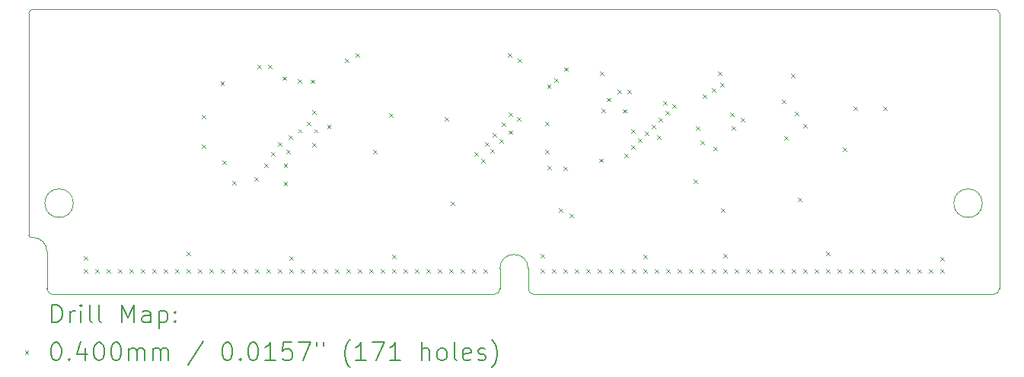
<source format=gbr>
%TF.GenerationSoftware,KiCad,Pcbnew,9.0.0*%
%TF.CreationDate,2025-04-30T20:38:19+02:00*%
%TF.ProjectId,simm72_rom_smd,73696d6d-3732-45f7-926f-6d5f736d642e,A1*%
%TF.SameCoordinates,Original*%
%TF.FileFunction,Drillmap*%
%TF.FilePolarity,Positive*%
%FSLAX45Y45*%
G04 Gerber Fmt 4.5, Leading zero omitted, Abs format (unit mm)*
G04 Created by KiCad (PCBNEW 9.0.0) date 2025-04-30 20:38:19*
%MOMM*%
%LPD*%
G01*
G04 APERTURE LIST*
%ADD10C,0.050000*%
%ADD11C,0.200000*%
%ADD12C,0.100000*%
G04 APERTURE END LIST*
D10*
X5102500Y-8417760D02*
G75*
G02*
X5153300Y-8366960I50800J0D01*
G01*
X15846700Y-8366960D02*
G75*
G02*
X15897500Y-8417760I0J-50800D01*
G01*
X15897500Y-8417760D02*
X15897580Y-10274500D01*
X5102500Y-8417760D02*
X5102580Y-10274500D01*
X15846700Y-8366960D02*
X5153300Y-8366960D01*
X5102580Y-10274500D02*
X5102580Y-10884100D01*
X5127980Y-10909500D02*
X5148580Y-10909979D01*
X5305580Y-11481000D02*
X5305580Y-11066500D01*
X10279100Y-11544500D02*
X5369080Y-11544500D01*
X10342600Y-11481000D02*
X10342600Y-11257480D01*
X10657560Y-11481000D02*
X10657560Y-11257480D01*
X10721060Y-11544500D02*
X15770580Y-11544500D01*
X15834080Y-11544500D02*
X15770580Y-11544500D01*
X15897580Y-10274500D02*
X15897580Y-11417500D01*
X15897580Y-11481000D02*
X15897580Y-11417500D01*
X5127980Y-10909500D02*
G75*
G02*
X5102580Y-10884100I0J25400D01*
G01*
X5148580Y-10909979D02*
G75*
G02*
X5305580Y-11066500I0J-157001D01*
G01*
X5369080Y-11544500D02*
G75*
G02*
X5305580Y-11481000I0J63500D01*
G01*
X10342600Y-11257480D02*
G75*
G02*
X10657560Y-11257480I157480J0D01*
G01*
X10342600Y-11481000D02*
G75*
G02*
X10279100Y-11544500I-63500J0D01*
G01*
X10721060Y-11544500D02*
G75*
G02*
X10657560Y-11481000I0J63500D01*
G01*
X15897580Y-11481000D02*
G75*
G02*
X15834080Y-11544500I-63500J0D01*
G01*
X5599532Y-10528500D02*
G75*
G02*
X5281628Y-10528500I-158952J0D01*
G01*
X5281628Y-10528500D02*
G75*
G02*
X5599532Y-10528500I158952J0D01*
G01*
X15708600Y-10528500D02*
G75*
G02*
X15390600Y-10528500I-159000J0D01*
G01*
X15390600Y-10528500D02*
G75*
G02*
X15708600Y-10528500I159000J0D01*
G01*
D11*
D12*
X5717500Y-11118100D02*
X5757500Y-11158100D01*
X5757500Y-11118100D02*
X5717500Y-11158100D01*
X5717500Y-11265420D02*
X5757500Y-11305420D01*
X5757500Y-11265420D02*
X5717500Y-11305420D01*
X5844500Y-11265420D02*
X5884500Y-11305420D01*
X5884500Y-11265420D02*
X5844500Y-11305420D01*
X5971500Y-11265420D02*
X6011500Y-11305420D01*
X6011500Y-11265420D02*
X5971500Y-11305420D01*
X6098500Y-11265420D02*
X6138500Y-11305420D01*
X6138500Y-11265420D02*
X6098500Y-11305420D01*
X6225500Y-11265420D02*
X6265500Y-11305420D01*
X6265500Y-11265420D02*
X6225500Y-11305420D01*
X6352500Y-11265420D02*
X6392500Y-11305420D01*
X6392500Y-11265420D02*
X6352500Y-11305420D01*
X6479500Y-11265420D02*
X6519500Y-11305420D01*
X6519500Y-11265420D02*
X6479500Y-11305420D01*
X6606500Y-11265420D02*
X6646500Y-11305420D01*
X6646500Y-11265420D02*
X6606500Y-11305420D01*
X6733500Y-11265420D02*
X6773500Y-11305420D01*
X6773500Y-11265420D02*
X6733500Y-11305420D01*
X6860500Y-11067300D02*
X6900500Y-11107300D01*
X6900500Y-11067300D02*
X6860500Y-11107300D01*
X6860500Y-11265420D02*
X6900500Y-11305420D01*
X6900500Y-11265420D02*
X6860500Y-11305420D01*
X6987500Y-11265420D02*
X7027500Y-11305420D01*
X7027500Y-11265420D02*
X6987500Y-11305420D01*
X7025600Y-9543300D02*
X7065600Y-9583300D01*
X7065600Y-9543300D02*
X7025600Y-9583300D01*
X7025600Y-9873500D02*
X7065600Y-9913500D01*
X7065600Y-9873500D02*
X7025600Y-9913500D01*
X7114500Y-11265420D02*
X7154500Y-11305420D01*
X7154500Y-11265420D02*
X7114500Y-11305420D01*
X7236803Y-9170303D02*
X7276803Y-9210303D01*
X7276803Y-9170303D02*
X7236803Y-9210303D01*
X7241500Y-11265420D02*
X7281500Y-11305420D01*
X7281500Y-11265420D02*
X7241500Y-11305420D01*
X7254200Y-10051300D02*
X7294200Y-10091300D01*
X7294200Y-10051300D02*
X7254200Y-10091300D01*
X7368500Y-10279900D02*
X7408500Y-10319900D01*
X7408500Y-10279900D02*
X7368500Y-10319900D01*
X7368500Y-11265420D02*
X7408500Y-11305420D01*
X7408500Y-11265420D02*
X7368500Y-11305420D01*
X7495500Y-11265420D02*
X7535500Y-11305420D01*
X7535500Y-11265420D02*
X7495500Y-11305420D01*
X7609800Y-10241800D02*
X7649800Y-10281800D01*
X7649800Y-10241800D02*
X7609800Y-10281800D01*
X7622500Y-11265420D02*
X7662500Y-11305420D01*
X7662500Y-11265420D02*
X7622500Y-11305420D01*
X7647900Y-8984500D02*
X7687900Y-9024500D01*
X7687900Y-8984500D02*
X7647900Y-9024500D01*
X7724100Y-10089400D02*
X7764100Y-10129400D01*
X7764100Y-10089400D02*
X7724100Y-10129400D01*
X7749500Y-11265420D02*
X7789500Y-11305420D01*
X7789500Y-11265420D02*
X7749500Y-11305420D01*
X7762200Y-8984500D02*
X7802200Y-9024500D01*
X7802200Y-8984500D02*
X7762200Y-9024500D01*
X7800300Y-9962400D02*
X7840300Y-10002400D01*
X7840300Y-9962400D02*
X7800300Y-10002400D01*
X7876500Y-9848100D02*
X7916500Y-9888100D01*
X7916500Y-9848100D02*
X7876500Y-9888100D01*
X7876500Y-11265420D02*
X7916500Y-11305420D01*
X7916500Y-11265420D02*
X7876500Y-11305420D01*
X7927300Y-9118101D02*
X7967300Y-9158101D01*
X7967300Y-9118101D02*
X7927300Y-9158101D01*
X7939310Y-10089400D02*
X7979310Y-10129400D01*
X7979310Y-10089400D02*
X7939310Y-10129400D01*
X7939310Y-10292600D02*
X7979310Y-10332600D01*
X7979310Y-10292600D02*
X7939310Y-10332600D01*
X7966090Y-9937000D02*
X8006090Y-9977000D01*
X8006090Y-9937000D02*
X7966090Y-9977000D01*
X7990837Y-9771863D02*
X8030837Y-9811863D01*
X8030837Y-9771863D02*
X7990837Y-9811863D01*
X8003500Y-11118100D02*
X8043500Y-11158100D01*
X8043500Y-11118100D02*
X8003500Y-11158100D01*
X8003500Y-11265420D02*
X8043500Y-11305420D01*
X8043500Y-11265420D02*
X8003500Y-11305420D01*
X8092400Y-9149550D02*
X8132400Y-9189550D01*
X8132400Y-9149550D02*
X8092400Y-9189550D01*
X8098787Y-9702013D02*
X8138787Y-9742013D01*
X8138787Y-9702013D02*
X8098787Y-9742013D01*
X8130500Y-11265420D02*
X8170500Y-11305420D01*
X8170500Y-11265420D02*
X8130500Y-11305420D01*
X8194000Y-9619500D02*
X8234000Y-9659500D01*
X8234000Y-9619500D02*
X8194000Y-9659500D01*
X8242309Y-9152041D02*
X8282309Y-9192041D01*
X8282309Y-9152041D02*
X8242309Y-9192041D01*
X8257463Y-9492537D02*
X8297463Y-9532537D01*
X8297463Y-9492537D02*
X8257463Y-9532537D01*
X8257500Y-9860800D02*
X8297500Y-9900800D01*
X8297500Y-9860800D02*
X8257500Y-9900800D01*
X8257500Y-11265420D02*
X8297500Y-11305420D01*
X8297500Y-11265420D02*
X8257500Y-11305420D01*
X8276513Y-9702087D02*
X8316513Y-9742087D01*
X8316513Y-9702087D02*
X8276513Y-9742087D01*
X8384500Y-11265420D02*
X8424500Y-11305420D01*
X8424500Y-11265420D02*
X8384500Y-11305420D01*
X8422563Y-9657637D02*
X8462563Y-9697637D01*
X8462563Y-9657637D02*
X8422563Y-9697637D01*
X8511500Y-11265420D02*
X8551500Y-11305420D01*
X8551500Y-11265420D02*
X8511500Y-11305420D01*
X8617882Y-8916218D02*
X8657882Y-8956218D01*
X8657882Y-8916218D02*
X8617882Y-8956218D01*
X8638500Y-11265420D02*
X8678500Y-11305420D01*
X8678500Y-11265420D02*
X8638500Y-11305420D01*
X8740100Y-8857500D02*
X8780100Y-8897500D01*
X8780100Y-8857500D02*
X8740100Y-8897500D01*
X8765500Y-11265420D02*
X8805500Y-11305420D01*
X8805500Y-11265420D02*
X8765500Y-11305420D01*
X8892500Y-11265420D02*
X8932500Y-11305420D01*
X8932500Y-11265420D02*
X8892500Y-11305420D01*
X8930600Y-9937000D02*
X8970600Y-9977000D01*
X8970600Y-9937000D02*
X8930600Y-9977000D01*
X9019500Y-11265420D02*
X9059500Y-11305420D01*
X9059500Y-11265420D02*
X9019500Y-11305420D01*
X9108400Y-9530600D02*
X9148400Y-9570600D01*
X9148400Y-9530600D02*
X9108400Y-9570600D01*
X9146500Y-11105400D02*
X9186500Y-11145400D01*
X9186500Y-11105400D02*
X9146500Y-11145400D01*
X9146500Y-11265420D02*
X9186500Y-11305420D01*
X9186500Y-11265420D02*
X9146500Y-11305420D01*
X9273500Y-11265420D02*
X9313500Y-11305420D01*
X9313500Y-11265420D02*
X9273500Y-11305420D01*
X9400500Y-11265420D02*
X9440500Y-11305420D01*
X9440500Y-11265420D02*
X9400500Y-11305420D01*
X9527500Y-11265420D02*
X9567500Y-11305420D01*
X9567500Y-11265420D02*
X9527500Y-11305420D01*
X9654500Y-11265420D02*
X9694500Y-11305420D01*
X9694500Y-11265420D02*
X9654500Y-11305420D01*
X9730700Y-9568700D02*
X9770700Y-9608700D01*
X9770700Y-9568700D02*
X9730700Y-9608700D01*
X9781500Y-11265420D02*
X9821500Y-11305420D01*
X9821500Y-11265420D02*
X9781500Y-11305420D01*
X9794200Y-10508500D02*
X9834200Y-10548500D01*
X9834200Y-10508500D02*
X9794200Y-10548500D01*
X9908500Y-11265420D02*
X9948500Y-11305420D01*
X9948500Y-11265420D02*
X9908500Y-11305420D01*
X10035500Y-11265420D02*
X10075500Y-11305420D01*
X10075500Y-11265420D02*
X10035500Y-11305420D01*
X10060900Y-9962400D02*
X10100900Y-10002400D01*
X10100900Y-9962400D02*
X10060900Y-10002400D01*
X10137790Y-10038600D02*
X10177790Y-10078600D01*
X10177790Y-10038600D02*
X10137790Y-10078600D01*
X10162500Y-11265420D02*
X10202500Y-11305420D01*
X10202500Y-11265420D02*
X10162500Y-11305420D01*
X10175200Y-9848100D02*
X10215200Y-9888100D01*
X10215200Y-9848100D02*
X10175200Y-9888100D01*
X10239390Y-9924300D02*
X10279390Y-9964300D01*
X10279390Y-9924300D02*
X10239390Y-9964300D01*
X10264100Y-9746500D02*
X10304100Y-9786500D01*
X10304100Y-9746500D02*
X10264100Y-9786500D01*
X10340300Y-9818190D02*
X10380300Y-9858190D01*
X10380300Y-9818190D02*
X10340300Y-9858190D01*
X10365700Y-9632200D02*
X10405700Y-9672200D01*
X10405700Y-9632200D02*
X10365700Y-9672200D01*
X10429200Y-8857500D02*
X10469200Y-8897500D01*
X10469200Y-8857500D02*
X10429200Y-8897500D01*
X10441900Y-9517900D02*
X10481900Y-9557900D01*
X10481900Y-9517900D02*
X10441900Y-9557900D01*
X10442590Y-9718190D02*
X10482590Y-9758190D01*
X10482590Y-9718190D02*
X10442590Y-9758190D01*
X10530800Y-9568700D02*
X10570800Y-9608700D01*
X10570800Y-9568700D02*
X10530800Y-9608700D01*
X10543500Y-8918190D02*
X10583500Y-8958190D01*
X10583500Y-8918190D02*
X10543500Y-8958190D01*
X10797500Y-11092700D02*
X10837500Y-11132700D01*
X10837500Y-11092700D02*
X10797500Y-11132700D01*
X10797500Y-11265420D02*
X10837500Y-11305420D01*
X10837500Y-11265420D02*
X10797500Y-11305420D01*
X10848300Y-9619500D02*
X10888300Y-9659500D01*
X10888300Y-9619500D02*
X10848300Y-9659500D01*
X10848300Y-9937000D02*
X10888300Y-9977000D01*
X10888300Y-9937000D02*
X10848300Y-9977000D01*
X10867313Y-9206713D02*
X10907313Y-9246713D01*
X10907313Y-9206713D02*
X10867313Y-9246713D01*
X10873700Y-10114800D02*
X10913700Y-10154800D01*
X10913700Y-10114800D02*
X10873700Y-10154800D01*
X10924500Y-11265420D02*
X10964500Y-11305420D01*
X10964500Y-11265420D02*
X10924500Y-11305420D01*
X10949900Y-9136900D02*
X10989900Y-9176900D01*
X10989900Y-9136900D02*
X10949900Y-9176900D01*
X11000700Y-10584700D02*
X11040700Y-10624700D01*
X11040700Y-10584700D02*
X11000700Y-10624700D01*
X11051500Y-10123110D02*
X11091500Y-10163110D01*
X11091500Y-10123110D02*
X11051500Y-10163110D01*
X11051500Y-11265420D02*
X11091500Y-11305420D01*
X11091500Y-11265420D02*
X11051500Y-11305420D01*
X11057813Y-9016213D02*
X11097813Y-9056213D01*
X11097813Y-9016213D02*
X11057813Y-9056213D01*
X11115000Y-10647510D02*
X11155000Y-10687510D01*
X11155000Y-10647510D02*
X11115000Y-10687510D01*
X11178500Y-11265420D02*
X11218500Y-11305420D01*
X11218500Y-11265420D02*
X11178500Y-11305420D01*
X11305500Y-11265420D02*
X11345500Y-11305420D01*
X11345500Y-11265420D02*
X11305500Y-11305420D01*
X11432500Y-11265420D02*
X11472500Y-11305420D01*
X11472500Y-11265420D02*
X11432500Y-11305420D01*
X11445200Y-10030980D02*
X11485200Y-10070980D01*
X11485200Y-10030980D02*
X11445200Y-10070980D01*
X11457900Y-9060010D02*
X11497900Y-9100010D01*
X11497900Y-9060010D02*
X11457900Y-9100010D01*
X11470600Y-9479110D02*
X11510600Y-9519110D01*
X11510600Y-9479110D02*
X11470600Y-9519110D01*
X11534100Y-9353490D02*
X11574100Y-9393490D01*
X11574100Y-9353490D02*
X11534100Y-9393490D01*
X11559500Y-11265420D02*
X11599500Y-11305420D01*
X11599500Y-11265420D02*
X11559500Y-11305420D01*
X11648400Y-9263900D02*
X11688400Y-9303900D01*
X11688400Y-9263900D02*
X11648400Y-9303900D01*
X11686500Y-11265420D02*
X11726500Y-11305420D01*
X11726500Y-11265420D02*
X11686500Y-11305420D01*
X11711900Y-9480490D02*
X11751900Y-9520490D01*
X11751900Y-9480490D02*
X11711900Y-9520490D01*
X11724600Y-9975100D02*
X11764600Y-10015100D01*
X11764600Y-9975100D02*
X11724600Y-10015100D01*
X11762700Y-9263900D02*
X11802700Y-9303900D01*
X11802700Y-9263900D02*
X11762700Y-9303900D01*
X11800800Y-9708400D02*
X11840800Y-9748400D01*
X11840800Y-9708400D02*
X11800800Y-9748400D01*
X11800800Y-9886200D02*
X11840800Y-9926200D01*
X11840800Y-9886200D02*
X11800800Y-9926200D01*
X11813500Y-11265420D02*
X11853500Y-11305420D01*
X11853500Y-11265420D02*
X11813500Y-11305420D01*
X11877000Y-9810000D02*
X11917000Y-9850000D01*
X11917000Y-9810000D02*
X11877000Y-9850000D01*
X11940500Y-11105400D02*
X11980500Y-11145400D01*
X11980500Y-11105400D02*
X11940500Y-11145400D01*
X11940500Y-11265420D02*
X11980500Y-11305420D01*
X11980500Y-11265420D02*
X11940500Y-11305420D01*
X11953200Y-9733800D02*
X11993200Y-9773800D01*
X11993200Y-9733800D02*
X11953200Y-9773800D01*
X12029400Y-9657600D02*
X12069400Y-9697600D01*
X12069400Y-9657600D02*
X12029400Y-9697600D01*
X12067500Y-11265420D02*
X12107500Y-11305420D01*
X12107500Y-11265420D02*
X12067500Y-11305420D01*
X12093590Y-9771900D02*
X12133590Y-9811900D01*
X12133590Y-9771900D02*
X12093590Y-9811900D01*
X12105600Y-9581400D02*
X12145600Y-9621400D01*
X12145600Y-9581400D02*
X12105600Y-9621400D01*
X12156400Y-9390900D02*
X12196400Y-9430900D01*
X12196400Y-9390900D02*
X12156400Y-9430900D01*
X12181800Y-9505200D02*
X12221800Y-9545200D01*
X12221800Y-9505200D02*
X12181800Y-9545200D01*
X12194500Y-11265420D02*
X12234500Y-11305420D01*
X12234500Y-11265420D02*
X12194500Y-11305420D01*
X12258000Y-9429000D02*
X12298000Y-9469000D01*
X12298000Y-9429000D02*
X12258000Y-9469000D01*
X12321500Y-11265420D02*
X12361500Y-11305420D01*
X12361500Y-11265420D02*
X12321500Y-11305420D01*
X12448500Y-11265420D02*
X12488500Y-11305420D01*
X12488500Y-11265420D02*
X12448500Y-11305420D01*
X12499300Y-10267200D02*
X12539300Y-10307200D01*
X12539300Y-10267200D02*
X12499300Y-10307200D01*
X12524700Y-9670300D02*
X12564700Y-9710300D01*
X12564700Y-9670300D02*
X12524700Y-9710300D01*
X12575500Y-9835400D02*
X12615500Y-9875400D01*
X12615500Y-9835400D02*
X12575500Y-9875400D01*
X12575500Y-11265420D02*
X12615500Y-11305420D01*
X12615500Y-11265420D02*
X12575500Y-11305420D01*
X12600900Y-9314010D02*
X12640900Y-9354010D01*
X12640900Y-9314010D02*
X12600900Y-9354010D01*
X12702500Y-9251200D02*
X12742500Y-9291200D01*
X12742500Y-9251200D02*
X12702500Y-9291200D01*
X12702500Y-11265420D02*
X12742500Y-11305420D01*
X12742500Y-11265420D02*
X12702500Y-11305420D01*
X12715200Y-9898900D02*
X12755200Y-9938900D01*
X12755200Y-9898900D02*
X12715200Y-9938900D01*
X12766000Y-9061390D02*
X12806000Y-9101390D01*
X12806000Y-9061390D02*
X12766000Y-9101390D01*
X12791400Y-9187010D02*
X12831400Y-9227010D01*
X12831400Y-9187010D02*
X12791400Y-9227010D01*
X12804100Y-10584700D02*
X12844100Y-10624700D01*
X12844100Y-10584700D02*
X12804100Y-10624700D01*
X12829500Y-11092700D02*
X12869500Y-11132700D01*
X12869500Y-11092700D02*
X12829500Y-11132700D01*
X12829500Y-11265420D02*
X12869500Y-11305420D01*
X12869500Y-11265420D02*
X12829500Y-11305420D01*
X12905700Y-9517900D02*
X12945700Y-9557900D01*
X12945700Y-9517900D02*
X12905700Y-9557900D01*
X12918400Y-9670300D02*
X12958400Y-9710300D01*
X12958400Y-9670300D02*
X12918400Y-9710300D01*
X12956500Y-11265420D02*
X12996500Y-11305420D01*
X12996500Y-11265420D02*
X12956500Y-11305420D01*
X13020000Y-9581400D02*
X13060000Y-9621400D01*
X13060000Y-9581400D02*
X13020000Y-9621400D01*
X13083500Y-11265420D02*
X13123500Y-11305420D01*
X13123500Y-11265420D02*
X13083500Y-11305420D01*
X13210500Y-11265420D02*
X13250500Y-11305420D01*
X13250500Y-11265420D02*
X13210500Y-11305420D01*
X13337500Y-11265420D02*
X13377500Y-11305420D01*
X13377500Y-11265420D02*
X13337500Y-11305420D01*
X13464500Y-11265420D02*
X13504500Y-11305420D01*
X13504500Y-11265420D02*
X13464500Y-11305420D01*
X13477200Y-9378200D02*
X13517200Y-9418200D01*
X13517200Y-9378200D02*
X13477200Y-9418200D01*
X13502600Y-9784600D02*
X13542600Y-9824600D01*
X13542600Y-9784600D02*
X13502600Y-9824600D01*
X13578800Y-9086100D02*
X13618800Y-9126100D01*
X13618800Y-9086100D02*
X13578800Y-9126100D01*
X13591500Y-11265420D02*
X13631500Y-11305420D01*
X13631500Y-11265420D02*
X13591500Y-11305420D01*
X13623250Y-9511550D02*
X13663250Y-9551550D01*
X13663250Y-9511550D02*
X13623250Y-9551550D01*
X13655000Y-10470400D02*
X13695000Y-10510400D01*
X13695000Y-10470400D02*
X13655000Y-10510400D01*
X13718500Y-9644900D02*
X13758500Y-9684900D01*
X13758500Y-9644900D02*
X13718500Y-9684900D01*
X13718500Y-11265420D02*
X13758500Y-11305420D01*
X13758500Y-11265420D02*
X13718500Y-11305420D01*
X13845500Y-11265420D02*
X13885500Y-11305420D01*
X13885500Y-11265420D02*
X13845500Y-11305420D01*
X13972500Y-11067300D02*
X14012500Y-11107300D01*
X14012500Y-11067300D02*
X13972500Y-11107300D01*
X13972500Y-11265420D02*
X14012500Y-11305420D01*
X14012500Y-11265420D02*
X13972500Y-11305420D01*
X14099500Y-11265420D02*
X14139500Y-11305420D01*
X14139500Y-11265420D02*
X14099500Y-11305420D01*
X14157900Y-9911600D02*
X14197900Y-9951600D01*
X14197900Y-9911600D02*
X14157900Y-9951600D01*
X14226500Y-11265420D02*
X14266500Y-11305420D01*
X14266500Y-11265420D02*
X14226500Y-11305420D01*
X14277300Y-9454400D02*
X14317300Y-9494400D01*
X14317300Y-9454400D02*
X14277300Y-9494400D01*
X14353500Y-11265420D02*
X14393500Y-11305420D01*
X14393500Y-11265420D02*
X14353500Y-11305420D01*
X14480500Y-11265420D02*
X14520500Y-11305420D01*
X14520500Y-11265420D02*
X14480500Y-11305420D01*
X14607500Y-9454400D02*
X14647500Y-9494400D01*
X14647500Y-9454400D02*
X14607500Y-9494400D01*
X14607500Y-11265420D02*
X14647500Y-11305420D01*
X14647500Y-11265420D02*
X14607500Y-11305420D01*
X14734500Y-11265420D02*
X14774500Y-11305420D01*
X14774500Y-11265420D02*
X14734500Y-11305420D01*
X14861500Y-11265420D02*
X14901500Y-11305420D01*
X14901500Y-11265420D02*
X14861500Y-11305420D01*
X14988500Y-11265420D02*
X15028500Y-11305420D01*
X15028500Y-11265420D02*
X14988500Y-11305420D01*
X15115500Y-11265420D02*
X15155500Y-11305420D01*
X15155500Y-11265420D02*
X15115500Y-11305420D01*
X15242500Y-11130800D02*
X15282500Y-11170800D01*
X15282500Y-11130800D02*
X15242500Y-11170800D01*
X15242500Y-11265420D02*
X15282500Y-11305420D01*
X15282500Y-11265420D02*
X15242500Y-11305420D01*
D11*
X5360777Y-11858484D02*
X5360777Y-11658484D01*
X5360777Y-11658484D02*
X5408396Y-11658484D01*
X5408396Y-11658484D02*
X5436967Y-11668008D01*
X5436967Y-11668008D02*
X5456015Y-11687055D01*
X5456015Y-11687055D02*
X5465539Y-11706103D01*
X5465539Y-11706103D02*
X5475063Y-11744198D01*
X5475063Y-11744198D02*
X5475063Y-11772769D01*
X5475063Y-11772769D02*
X5465539Y-11810865D01*
X5465539Y-11810865D02*
X5456015Y-11829912D01*
X5456015Y-11829912D02*
X5436967Y-11848960D01*
X5436967Y-11848960D02*
X5408396Y-11858484D01*
X5408396Y-11858484D02*
X5360777Y-11858484D01*
X5560777Y-11858484D02*
X5560777Y-11725150D01*
X5560777Y-11763246D02*
X5570301Y-11744198D01*
X5570301Y-11744198D02*
X5579824Y-11734674D01*
X5579824Y-11734674D02*
X5598872Y-11725150D01*
X5598872Y-11725150D02*
X5617920Y-11725150D01*
X5684586Y-11858484D02*
X5684586Y-11725150D01*
X5684586Y-11658484D02*
X5675062Y-11668008D01*
X5675062Y-11668008D02*
X5684586Y-11677531D01*
X5684586Y-11677531D02*
X5694110Y-11668008D01*
X5694110Y-11668008D02*
X5684586Y-11658484D01*
X5684586Y-11658484D02*
X5684586Y-11677531D01*
X5808396Y-11858484D02*
X5789348Y-11848960D01*
X5789348Y-11848960D02*
X5779824Y-11829912D01*
X5779824Y-11829912D02*
X5779824Y-11658484D01*
X5913158Y-11858484D02*
X5894110Y-11848960D01*
X5894110Y-11848960D02*
X5884586Y-11829912D01*
X5884586Y-11829912D02*
X5884586Y-11658484D01*
X6141729Y-11858484D02*
X6141729Y-11658484D01*
X6141729Y-11658484D02*
X6208396Y-11801341D01*
X6208396Y-11801341D02*
X6275062Y-11658484D01*
X6275062Y-11658484D02*
X6275062Y-11858484D01*
X6456015Y-11858484D02*
X6456015Y-11753722D01*
X6456015Y-11753722D02*
X6446491Y-11734674D01*
X6446491Y-11734674D02*
X6427443Y-11725150D01*
X6427443Y-11725150D02*
X6389348Y-11725150D01*
X6389348Y-11725150D02*
X6370301Y-11734674D01*
X6456015Y-11848960D02*
X6436967Y-11858484D01*
X6436967Y-11858484D02*
X6389348Y-11858484D01*
X6389348Y-11858484D02*
X6370301Y-11848960D01*
X6370301Y-11848960D02*
X6360777Y-11829912D01*
X6360777Y-11829912D02*
X6360777Y-11810865D01*
X6360777Y-11810865D02*
X6370301Y-11791817D01*
X6370301Y-11791817D02*
X6389348Y-11782293D01*
X6389348Y-11782293D02*
X6436967Y-11782293D01*
X6436967Y-11782293D02*
X6456015Y-11772769D01*
X6551253Y-11725150D02*
X6551253Y-11925150D01*
X6551253Y-11734674D02*
X6570301Y-11725150D01*
X6570301Y-11725150D02*
X6608396Y-11725150D01*
X6608396Y-11725150D02*
X6627443Y-11734674D01*
X6627443Y-11734674D02*
X6636967Y-11744198D01*
X6636967Y-11744198D02*
X6646491Y-11763246D01*
X6646491Y-11763246D02*
X6646491Y-11820388D01*
X6646491Y-11820388D02*
X6636967Y-11839436D01*
X6636967Y-11839436D02*
X6627443Y-11848960D01*
X6627443Y-11848960D02*
X6608396Y-11858484D01*
X6608396Y-11858484D02*
X6570301Y-11858484D01*
X6570301Y-11858484D02*
X6551253Y-11848960D01*
X6732205Y-11839436D02*
X6741729Y-11848960D01*
X6741729Y-11848960D02*
X6732205Y-11858484D01*
X6732205Y-11858484D02*
X6722682Y-11848960D01*
X6722682Y-11848960D02*
X6732205Y-11839436D01*
X6732205Y-11839436D02*
X6732205Y-11858484D01*
X6732205Y-11734674D02*
X6741729Y-11744198D01*
X6741729Y-11744198D02*
X6732205Y-11753722D01*
X6732205Y-11753722D02*
X6722682Y-11744198D01*
X6722682Y-11744198D02*
X6732205Y-11734674D01*
X6732205Y-11734674D02*
X6732205Y-11753722D01*
D12*
X5060000Y-12167000D02*
X5100000Y-12207000D01*
X5100000Y-12167000D02*
X5060000Y-12207000D01*
D11*
X5398872Y-12078484D02*
X5417920Y-12078484D01*
X5417920Y-12078484D02*
X5436967Y-12088008D01*
X5436967Y-12088008D02*
X5446491Y-12097531D01*
X5446491Y-12097531D02*
X5456015Y-12116579D01*
X5456015Y-12116579D02*
X5465539Y-12154674D01*
X5465539Y-12154674D02*
X5465539Y-12202293D01*
X5465539Y-12202293D02*
X5456015Y-12240388D01*
X5456015Y-12240388D02*
X5446491Y-12259436D01*
X5446491Y-12259436D02*
X5436967Y-12268960D01*
X5436967Y-12268960D02*
X5417920Y-12278484D01*
X5417920Y-12278484D02*
X5398872Y-12278484D01*
X5398872Y-12278484D02*
X5379824Y-12268960D01*
X5379824Y-12268960D02*
X5370301Y-12259436D01*
X5370301Y-12259436D02*
X5360777Y-12240388D01*
X5360777Y-12240388D02*
X5351253Y-12202293D01*
X5351253Y-12202293D02*
X5351253Y-12154674D01*
X5351253Y-12154674D02*
X5360777Y-12116579D01*
X5360777Y-12116579D02*
X5370301Y-12097531D01*
X5370301Y-12097531D02*
X5379824Y-12088008D01*
X5379824Y-12088008D02*
X5398872Y-12078484D01*
X5551253Y-12259436D02*
X5560777Y-12268960D01*
X5560777Y-12268960D02*
X5551253Y-12278484D01*
X5551253Y-12278484D02*
X5541729Y-12268960D01*
X5541729Y-12268960D02*
X5551253Y-12259436D01*
X5551253Y-12259436D02*
X5551253Y-12278484D01*
X5732205Y-12145150D02*
X5732205Y-12278484D01*
X5684586Y-12068960D02*
X5636967Y-12211817D01*
X5636967Y-12211817D02*
X5760777Y-12211817D01*
X5875062Y-12078484D02*
X5894110Y-12078484D01*
X5894110Y-12078484D02*
X5913158Y-12088008D01*
X5913158Y-12088008D02*
X5922682Y-12097531D01*
X5922682Y-12097531D02*
X5932205Y-12116579D01*
X5932205Y-12116579D02*
X5941729Y-12154674D01*
X5941729Y-12154674D02*
X5941729Y-12202293D01*
X5941729Y-12202293D02*
X5932205Y-12240388D01*
X5932205Y-12240388D02*
X5922682Y-12259436D01*
X5922682Y-12259436D02*
X5913158Y-12268960D01*
X5913158Y-12268960D02*
X5894110Y-12278484D01*
X5894110Y-12278484D02*
X5875062Y-12278484D01*
X5875062Y-12278484D02*
X5856015Y-12268960D01*
X5856015Y-12268960D02*
X5846491Y-12259436D01*
X5846491Y-12259436D02*
X5836967Y-12240388D01*
X5836967Y-12240388D02*
X5827443Y-12202293D01*
X5827443Y-12202293D02*
X5827443Y-12154674D01*
X5827443Y-12154674D02*
X5836967Y-12116579D01*
X5836967Y-12116579D02*
X5846491Y-12097531D01*
X5846491Y-12097531D02*
X5856015Y-12088008D01*
X5856015Y-12088008D02*
X5875062Y-12078484D01*
X6065539Y-12078484D02*
X6084586Y-12078484D01*
X6084586Y-12078484D02*
X6103634Y-12088008D01*
X6103634Y-12088008D02*
X6113158Y-12097531D01*
X6113158Y-12097531D02*
X6122682Y-12116579D01*
X6122682Y-12116579D02*
X6132205Y-12154674D01*
X6132205Y-12154674D02*
X6132205Y-12202293D01*
X6132205Y-12202293D02*
X6122682Y-12240388D01*
X6122682Y-12240388D02*
X6113158Y-12259436D01*
X6113158Y-12259436D02*
X6103634Y-12268960D01*
X6103634Y-12268960D02*
X6084586Y-12278484D01*
X6084586Y-12278484D02*
X6065539Y-12278484D01*
X6065539Y-12278484D02*
X6046491Y-12268960D01*
X6046491Y-12268960D02*
X6036967Y-12259436D01*
X6036967Y-12259436D02*
X6027443Y-12240388D01*
X6027443Y-12240388D02*
X6017920Y-12202293D01*
X6017920Y-12202293D02*
X6017920Y-12154674D01*
X6017920Y-12154674D02*
X6027443Y-12116579D01*
X6027443Y-12116579D02*
X6036967Y-12097531D01*
X6036967Y-12097531D02*
X6046491Y-12088008D01*
X6046491Y-12088008D02*
X6065539Y-12078484D01*
X6217920Y-12278484D02*
X6217920Y-12145150D01*
X6217920Y-12164198D02*
X6227443Y-12154674D01*
X6227443Y-12154674D02*
X6246491Y-12145150D01*
X6246491Y-12145150D02*
X6275063Y-12145150D01*
X6275063Y-12145150D02*
X6294110Y-12154674D01*
X6294110Y-12154674D02*
X6303634Y-12173722D01*
X6303634Y-12173722D02*
X6303634Y-12278484D01*
X6303634Y-12173722D02*
X6313158Y-12154674D01*
X6313158Y-12154674D02*
X6332205Y-12145150D01*
X6332205Y-12145150D02*
X6360777Y-12145150D01*
X6360777Y-12145150D02*
X6379824Y-12154674D01*
X6379824Y-12154674D02*
X6389348Y-12173722D01*
X6389348Y-12173722D02*
X6389348Y-12278484D01*
X6484586Y-12278484D02*
X6484586Y-12145150D01*
X6484586Y-12164198D02*
X6494110Y-12154674D01*
X6494110Y-12154674D02*
X6513158Y-12145150D01*
X6513158Y-12145150D02*
X6541729Y-12145150D01*
X6541729Y-12145150D02*
X6560777Y-12154674D01*
X6560777Y-12154674D02*
X6570301Y-12173722D01*
X6570301Y-12173722D02*
X6570301Y-12278484D01*
X6570301Y-12173722D02*
X6579824Y-12154674D01*
X6579824Y-12154674D02*
X6598872Y-12145150D01*
X6598872Y-12145150D02*
X6627443Y-12145150D01*
X6627443Y-12145150D02*
X6646491Y-12154674D01*
X6646491Y-12154674D02*
X6656015Y-12173722D01*
X6656015Y-12173722D02*
X6656015Y-12278484D01*
X7046491Y-12068960D02*
X6875063Y-12326103D01*
X7303634Y-12078484D02*
X7322682Y-12078484D01*
X7322682Y-12078484D02*
X7341729Y-12088008D01*
X7341729Y-12088008D02*
X7351253Y-12097531D01*
X7351253Y-12097531D02*
X7360777Y-12116579D01*
X7360777Y-12116579D02*
X7370301Y-12154674D01*
X7370301Y-12154674D02*
X7370301Y-12202293D01*
X7370301Y-12202293D02*
X7360777Y-12240388D01*
X7360777Y-12240388D02*
X7351253Y-12259436D01*
X7351253Y-12259436D02*
X7341729Y-12268960D01*
X7341729Y-12268960D02*
X7322682Y-12278484D01*
X7322682Y-12278484D02*
X7303634Y-12278484D01*
X7303634Y-12278484D02*
X7284586Y-12268960D01*
X7284586Y-12268960D02*
X7275063Y-12259436D01*
X7275063Y-12259436D02*
X7265539Y-12240388D01*
X7265539Y-12240388D02*
X7256015Y-12202293D01*
X7256015Y-12202293D02*
X7256015Y-12154674D01*
X7256015Y-12154674D02*
X7265539Y-12116579D01*
X7265539Y-12116579D02*
X7275063Y-12097531D01*
X7275063Y-12097531D02*
X7284586Y-12088008D01*
X7284586Y-12088008D02*
X7303634Y-12078484D01*
X7456015Y-12259436D02*
X7465539Y-12268960D01*
X7465539Y-12268960D02*
X7456015Y-12278484D01*
X7456015Y-12278484D02*
X7446491Y-12268960D01*
X7446491Y-12268960D02*
X7456015Y-12259436D01*
X7456015Y-12259436D02*
X7456015Y-12278484D01*
X7589348Y-12078484D02*
X7608396Y-12078484D01*
X7608396Y-12078484D02*
X7627444Y-12088008D01*
X7627444Y-12088008D02*
X7636967Y-12097531D01*
X7636967Y-12097531D02*
X7646491Y-12116579D01*
X7646491Y-12116579D02*
X7656015Y-12154674D01*
X7656015Y-12154674D02*
X7656015Y-12202293D01*
X7656015Y-12202293D02*
X7646491Y-12240388D01*
X7646491Y-12240388D02*
X7636967Y-12259436D01*
X7636967Y-12259436D02*
X7627444Y-12268960D01*
X7627444Y-12268960D02*
X7608396Y-12278484D01*
X7608396Y-12278484D02*
X7589348Y-12278484D01*
X7589348Y-12278484D02*
X7570301Y-12268960D01*
X7570301Y-12268960D02*
X7560777Y-12259436D01*
X7560777Y-12259436D02*
X7551253Y-12240388D01*
X7551253Y-12240388D02*
X7541729Y-12202293D01*
X7541729Y-12202293D02*
X7541729Y-12154674D01*
X7541729Y-12154674D02*
X7551253Y-12116579D01*
X7551253Y-12116579D02*
X7560777Y-12097531D01*
X7560777Y-12097531D02*
X7570301Y-12088008D01*
X7570301Y-12088008D02*
X7589348Y-12078484D01*
X7846491Y-12278484D02*
X7732206Y-12278484D01*
X7789348Y-12278484D02*
X7789348Y-12078484D01*
X7789348Y-12078484D02*
X7770301Y-12107055D01*
X7770301Y-12107055D02*
X7751253Y-12126103D01*
X7751253Y-12126103D02*
X7732206Y-12135627D01*
X8027444Y-12078484D02*
X7932206Y-12078484D01*
X7932206Y-12078484D02*
X7922682Y-12173722D01*
X7922682Y-12173722D02*
X7932206Y-12164198D01*
X7932206Y-12164198D02*
X7951253Y-12154674D01*
X7951253Y-12154674D02*
X7998872Y-12154674D01*
X7998872Y-12154674D02*
X8017920Y-12164198D01*
X8017920Y-12164198D02*
X8027444Y-12173722D01*
X8027444Y-12173722D02*
X8036967Y-12192769D01*
X8036967Y-12192769D02*
X8036967Y-12240388D01*
X8036967Y-12240388D02*
X8027444Y-12259436D01*
X8027444Y-12259436D02*
X8017920Y-12268960D01*
X8017920Y-12268960D02*
X7998872Y-12278484D01*
X7998872Y-12278484D02*
X7951253Y-12278484D01*
X7951253Y-12278484D02*
X7932206Y-12268960D01*
X7932206Y-12268960D02*
X7922682Y-12259436D01*
X8103634Y-12078484D02*
X8236967Y-12078484D01*
X8236967Y-12078484D02*
X8151253Y-12278484D01*
X8303634Y-12078484D02*
X8303634Y-12116579D01*
X8379825Y-12078484D02*
X8379825Y-12116579D01*
X8675063Y-12354674D02*
X8665539Y-12345150D01*
X8665539Y-12345150D02*
X8646491Y-12316579D01*
X8646491Y-12316579D02*
X8636968Y-12297531D01*
X8636968Y-12297531D02*
X8627444Y-12268960D01*
X8627444Y-12268960D02*
X8617920Y-12221341D01*
X8617920Y-12221341D02*
X8617920Y-12183246D01*
X8617920Y-12183246D02*
X8627444Y-12135627D01*
X8627444Y-12135627D02*
X8636968Y-12107055D01*
X8636968Y-12107055D02*
X8646491Y-12088008D01*
X8646491Y-12088008D02*
X8665539Y-12059436D01*
X8665539Y-12059436D02*
X8675063Y-12049912D01*
X8856015Y-12278484D02*
X8741730Y-12278484D01*
X8798872Y-12278484D02*
X8798872Y-12078484D01*
X8798872Y-12078484D02*
X8779825Y-12107055D01*
X8779825Y-12107055D02*
X8760777Y-12126103D01*
X8760777Y-12126103D02*
X8741730Y-12135627D01*
X8922682Y-12078484D02*
X9056015Y-12078484D01*
X9056015Y-12078484D02*
X8970301Y-12278484D01*
X9236968Y-12278484D02*
X9122682Y-12278484D01*
X9179825Y-12278484D02*
X9179825Y-12078484D01*
X9179825Y-12078484D02*
X9160777Y-12107055D01*
X9160777Y-12107055D02*
X9141730Y-12126103D01*
X9141730Y-12126103D02*
X9122682Y-12135627D01*
X9475063Y-12278484D02*
X9475063Y-12078484D01*
X9560777Y-12278484D02*
X9560777Y-12173722D01*
X9560777Y-12173722D02*
X9551253Y-12154674D01*
X9551253Y-12154674D02*
X9532206Y-12145150D01*
X9532206Y-12145150D02*
X9503634Y-12145150D01*
X9503634Y-12145150D02*
X9484587Y-12154674D01*
X9484587Y-12154674D02*
X9475063Y-12164198D01*
X9684587Y-12278484D02*
X9665539Y-12268960D01*
X9665539Y-12268960D02*
X9656015Y-12259436D01*
X9656015Y-12259436D02*
X9646492Y-12240388D01*
X9646492Y-12240388D02*
X9646492Y-12183246D01*
X9646492Y-12183246D02*
X9656015Y-12164198D01*
X9656015Y-12164198D02*
X9665539Y-12154674D01*
X9665539Y-12154674D02*
X9684587Y-12145150D01*
X9684587Y-12145150D02*
X9713158Y-12145150D01*
X9713158Y-12145150D02*
X9732206Y-12154674D01*
X9732206Y-12154674D02*
X9741730Y-12164198D01*
X9741730Y-12164198D02*
X9751253Y-12183246D01*
X9751253Y-12183246D02*
X9751253Y-12240388D01*
X9751253Y-12240388D02*
X9741730Y-12259436D01*
X9741730Y-12259436D02*
X9732206Y-12268960D01*
X9732206Y-12268960D02*
X9713158Y-12278484D01*
X9713158Y-12278484D02*
X9684587Y-12278484D01*
X9865539Y-12278484D02*
X9846492Y-12268960D01*
X9846492Y-12268960D02*
X9836968Y-12249912D01*
X9836968Y-12249912D02*
X9836968Y-12078484D01*
X10017920Y-12268960D02*
X9998873Y-12278484D01*
X9998873Y-12278484D02*
X9960777Y-12278484D01*
X9960777Y-12278484D02*
X9941730Y-12268960D01*
X9941730Y-12268960D02*
X9932206Y-12249912D01*
X9932206Y-12249912D02*
X9932206Y-12173722D01*
X9932206Y-12173722D02*
X9941730Y-12154674D01*
X9941730Y-12154674D02*
X9960777Y-12145150D01*
X9960777Y-12145150D02*
X9998873Y-12145150D01*
X9998873Y-12145150D02*
X10017920Y-12154674D01*
X10017920Y-12154674D02*
X10027444Y-12173722D01*
X10027444Y-12173722D02*
X10027444Y-12192769D01*
X10027444Y-12192769D02*
X9932206Y-12211817D01*
X10103634Y-12268960D02*
X10122682Y-12278484D01*
X10122682Y-12278484D02*
X10160777Y-12278484D01*
X10160777Y-12278484D02*
X10179825Y-12268960D01*
X10179825Y-12268960D02*
X10189349Y-12249912D01*
X10189349Y-12249912D02*
X10189349Y-12240388D01*
X10189349Y-12240388D02*
X10179825Y-12221341D01*
X10179825Y-12221341D02*
X10160777Y-12211817D01*
X10160777Y-12211817D02*
X10132206Y-12211817D01*
X10132206Y-12211817D02*
X10113158Y-12202293D01*
X10113158Y-12202293D02*
X10103634Y-12183246D01*
X10103634Y-12183246D02*
X10103634Y-12173722D01*
X10103634Y-12173722D02*
X10113158Y-12154674D01*
X10113158Y-12154674D02*
X10132206Y-12145150D01*
X10132206Y-12145150D02*
X10160777Y-12145150D01*
X10160777Y-12145150D02*
X10179825Y-12154674D01*
X10256015Y-12354674D02*
X10265539Y-12345150D01*
X10265539Y-12345150D02*
X10284587Y-12316579D01*
X10284587Y-12316579D02*
X10294111Y-12297531D01*
X10294111Y-12297531D02*
X10303634Y-12268960D01*
X10303634Y-12268960D02*
X10313158Y-12221341D01*
X10313158Y-12221341D02*
X10313158Y-12183246D01*
X10313158Y-12183246D02*
X10303634Y-12135627D01*
X10303634Y-12135627D02*
X10294111Y-12107055D01*
X10294111Y-12107055D02*
X10284587Y-12088008D01*
X10284587Y-12088008D02*
X10265539Y-12059436D01*
X10265539Y-12059436D02*
X10256015Y-12049912D01*
M02*

</source>
